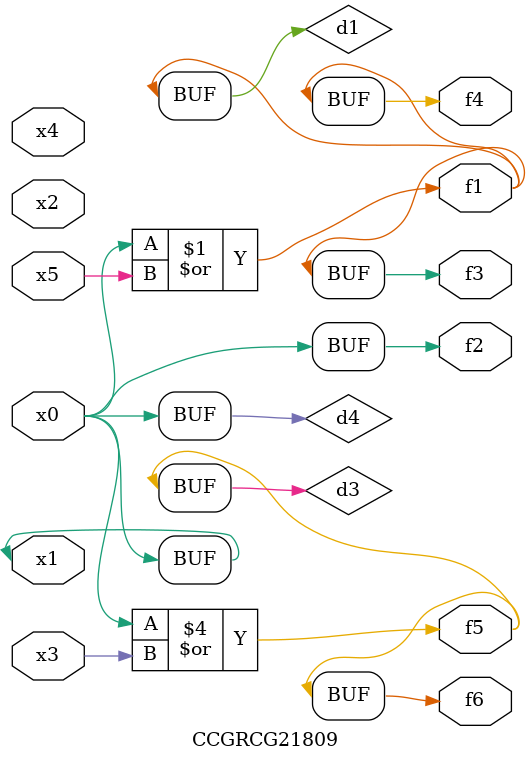
<source format=v>
module CCGRCG21809(
	input x0, x1, x2, x3, x4, x5,
	output f1, f2, f3, f4, f5, f6
);

	wire d1, d2, d3, d4;

	or (d1, x0, x5);
	xnor (d2, x1, x4);
	or (d3, x0, x3);
	buf (d4, x0, x1);
	assign f1 = d1;
	assign f2 = d4;
	assign f3 = d1;
	assign f4 = d1;
	assign f5 = d3;
	assign f6 = d3;
endmodule

</source>
